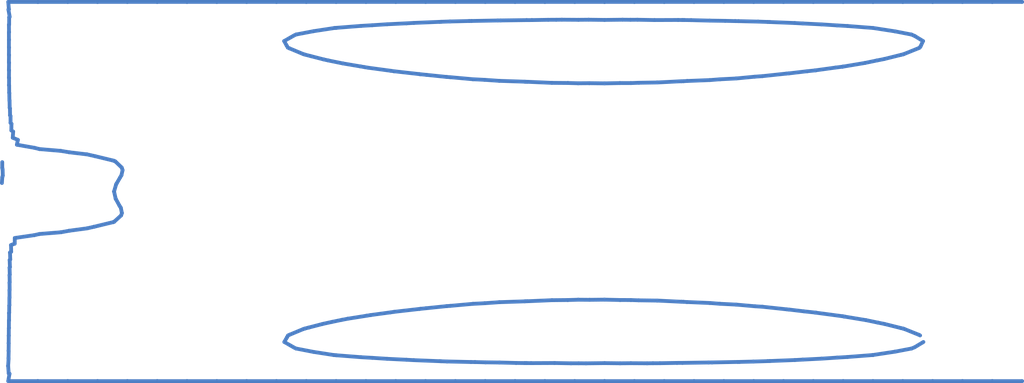
<source format=kicad_pcb>
(kicad_pcb
	(version 20240108)
	(generator "pcbnew")
	(generator_version "8.0")
	(general
		(thickness 1.6)
		(legacy_teardrops no)
	)
	(paper "A4")
	(layers
		(0 "F.Cu" signal)
		(31 "B.Cu" signal)
		(32 "B.Adhes" user "B.Adhesive")
		(33 "F.Adhes" user "F.Adhesive")
		(34 "B.Paste" user)
		(35 "F.Paste" user)
		(36 "B.SilkS" user "B.Silkscreen")
		(37 "F.SilkS" user "F.Silkscreen")
		(38 "B.Mask" user)
		(39 "F.Mask" user)
		(40 "Dwgs.User" user "User.Drawings")
		(41 "Cmts.User" user "User.Comments")
		(42 "Eco1.User" user "User.Eco1")
		(43 "Eco2.User" user "User.Eco2")
		(44 "Edge.Cuts" user)
		(45 "Margin" user)
		(46 "B.CrtYd" user "B.Courtyard")
		(47 "F.CrtYd" user "F.Courtyard")
		(48 "B.Fab" user)
		(49 "F.Fab" user)
	)
	(setup
		(pad_to_mask_clearance 0)
		(allow_soldermask_bridges_in_footprints no)
		(pcbplotparams
			(layerselection 0x00010fc_80000001)
			(plot_on_all_layers_selection 0x0000000_00000000)
			(disableapertmacros no)
			(usegerberextensions no)
			(usegerberattributes yes)
			(usegerberadvancedattributes yes)
			(creategerberjobfile yes)
			(dashed_line_dash_ratio 12.000000)
			(dashed_line_gap_ratio 3.000000)
			(svgprecision 4)
			(plotframeref yes)
			(viasonmask no)
			(mode 1)
			(useauxorigin no)
			(hpglpennumber 1)
			(hpglpenspeed 20)
			(hpglpendiameter 15.000000)
			(pdf_front_fp_property_popups yes)
			(pdf_back_fp_property_popups yes)
			(dxfpolygonmode yes)
			(dxfimperialunits yes)
			(dxfusepcbnewfont yes)
			(psnegative no)
			(psa4output no)
			(plotreference yes)
			(plotvalue yes)
			(plotfptext yes)
			(plotinvisibletext no)
			(sketchpadsonfab no)
			(subtractmaskfromsilk no)
			(outputformat 1)
			(mirror no)
			(drillshape 1)
			(scaleselection 1)
			(outputdirectory "")
		)
	)
	(net 1 "")
    (segment (start -423.60 -215.6373) (end -456.91 -218.22) (width 5.00) (layer B.Cu) (net 1))
    (segment (start -456.91 -218.2158) (end -470.78 -219.02) (width 5.00) (layer B.Cu) (net 1))
    (segment (start -470.78 -219.0161) (end -491.33 -220.35) (width 5.00) (layer B.Cu) (net 1))
    (segment (start -491.33 -220.3498) (end -515.80 -221.55) (width 5.00) (layer B.Cu) (net 1))
    (segment (start -515.80 -221.5501) (end -526.45 -222.14) (width 5.00) (layer B.Cu) (net 1))
    (segment (start -526.45 -222.1419) (end -559.31 -223.45) (width 5.00) (layer B.Cu) (net 1))
    (segment (start -559.31 -223.4543) (end -562.04 -223.58) (width 5.00) (layer B.Cu) (net 1))
    (segment (start -562.04 -223.5774) (end -574.72 -224.01) (width 5.00) (layer B.Cu) (net 1))
    (segment (start -574.72 -224.0098) (end -600.45 -224.63) (width 5.00) (layer B.Cu) (net 1))
    (segment (start -600.45 -224.6301) (end -604.85 -224.69) (width 5.00) (layer B.Cu) (net 1))
    (segment (start -604.85 -224.6918) (end -618.19 -225.02) (width 5.00) (layer B.Cu) (net 1))
    (segment (start -618.19 -225.0210) (end -638.45 -225.31) (width 5.00) (layer B.Cu) (net 1))
    (segment (start -638.45 -225.3092) (end -662.86 -225.95) (width 5.00) (layer B.Cu) (net 1))
    (segment (start -662.86 -225.9549) (end -672.15 -226.09) (width 5.00) (layer B.Cu) (net 1))
    (segment (start -672.15 -226.0924) (end -674.33 -226.11) (width 5.00) (layer B.Cu) (net 1))
    (segment (start -674.33 -226.1068) (end -680.04 -226.17) (width 5.00) (layer B.Cu) (net 1))
    (segment (start -680.04 -226.1707) (end -711.03 -226.05) (width 5.00) (layer B.Cu) (net 1))
    (segment (start -711.03 -226.0547) (end -733.53 -226.46) (width 5.00) (layer B.Cu) (net 1))
    (segment (start -733.53 -226.4648) (end -742.77 -226.42) (width 5.00) (layer B.Cu) (net 1))
    (segment (start -742.77 -226.4198) (end -753.17 -226.51) (width 5.00) (layer B.Cu) (net 1))
    (segment (start -753.17 -226.5150) (end -776.90 -226.24) (width 5.00) (layer B.Cu) (net 1))
    (segment (start -776.90 -226.2438) (end -797.94 -226.51) (width 5.00) (layer B.Cu) (net 1))
    (segment (start -797.94 -226.5056) (end -811.30 -226.39) (width 5.00) (layer B.Cu) (net 1))
    (segment (start -811.30 -226.3853) (end -833.14 -226.53) (width 5.00) (layer B.Cu) (net 1))
    (segment (start -833.14 -226.5305) (end -840.49 -226.44) (width 5.00) (layer B.Cu) (net 1))
    (segment (start -840.49 -226.4373) (end -851.06 -226.40) (width 5.00) (layer B.Cu) (net 1))
    (segment (start -851.06 -226.3991) (end -872.57 -226.02) (width 5.00) (layer B.Cu) (net 1))
    (segment (start -872.57 -226.0210) (end -879.50 -225.99) (width 5.00) (layer B.Cu) (net 1))
    (segment (start -879.50 -225.9941) (end -913.94 -225.54) (width 5.00) (layer B.Cu) (net 1))
    (segment (start -913.94 -225.5370) (end -917.49 -225.50) (width 5.00) (layer B.Cu) (net 1))
    (segment (start -917.49 -225.4951) (end -952.14 -224.85) (width 5.00) (layer B.Cu) (net 1))
    (segment (start -952.14 -224.8466) (end -955.06 -224.80) (width 5.00) (layer B.Cu) (net 1))
    (segment (start -955.06 -224.8042) (end -980.33 -224.19) (width 5.00) (layer B.Cu) (net 1))
    (segment (start -980.33 -224.1852) (end -991.99 -223.78) (width 5.00) (layer B.Cu) (net 1))
    (segment (start -991.99 -223.7843) (end -994.04 -223.69) (width 5.00) (layer B.Cu) (net 1))
    (segment (start -994.04 -223.6893) (end -1027.90 -222.29) (width 5.00) (layer B.Cu) (net 1))
    (segment (start -1027.90 -222.2882) (end -1037.78 -221.75) (width 5.00) (layer B.Cu) (net 1))
    (segment (start -1037.78 -221.7545) (end -1063.15 -220.52) (width 5.00) (layer B.Cu) (net 1))
    (segment (start -1063.15 -220.5188) (end -1082.82 -219.23) (width 5.00) (layer B.Cu) (net 1))
    (segment (start -1082.82 -219.2301) (end -1097.50 -218.37) (width 5.00) (layer B.Cu) (net 1))
    (segment (start -1097.50 -218.3690) (end -1129.79 -215.82) (width 5.00) (layer B.Cu) (net 1))
    (segment (start -1129.79 -215.8191) (end -1130.73 -215.75) (width 5.00) (layer B.Cu) (net 1))
    (segment (start -1130.73 -215.7529) (end -1132.60 -215.58) (width 5.00) (layer B.Cu) (net 1))
    (segment (start -1132.60 -215.5803) (end -1160.08 -211.38) (width 5.00) (layer B.Cu) (net 1))
    (segment (start -1160.08 -211.3764) (end -1183.18 -206.98) (width 5.00) (layer B.Cu) (net 1))
    (segment (start -1183.18 -206.9754) (end -1186.06 -205.57) (width 5.00) (layer B.Cu) (net 1))
    (segment (start -1186.06 -205.5661) (end -1198.75 -198.37) (width 5.00) (layer B.Cu) (net 1))
    (segment (start -1198.75 -198.3704) (end -1195.47 -192.47) (width 5.00) (layer B.Cu) (net 1))
    (segment (start -1195.47 -192.4710) (end -1193.92 -189.77) (width 5.00) (layer B.Cu) (net 1))
    (segment (start -1193.92 -189.7655) (end -1191.65 -188.72) (width 5.00) (layer B.Cu) (net 1))
    (segment (start -1191.65 -188.7173) (end -1173.57 -181.16) (width 5.00) (layer B.Cu) (net 1))
    (segment (start -1173.57 -181.1606) (end -1171.21 -180.47) (width 5.00) (layer B.Cu) (net 1))
    (segment (start -1171.21 -180.4656) (end -1163.56 -178.48) (width 5.00) (layer B.Cu) (net 1))
    (segment (start -1163.56 -178.4840) (end -1146.50 -174.09) (width 5.00) (layer B.Cu) (net 1))
    (segment (start -1146.50 -174.0938) (end -1140.29 -172.71) (width 5.00) (layer B.Cu) (net 1))
    (segment (start -1140.29 -172.7070) (end -1121.29 -168.85) (width 5.00) (layer B.Cu) (net 1))
    (segment (start -1121.29 -168.8488) (end -1098.29 -164.95) (width 5.00) (layer B.Cu) (net 1))
    (segment (start -1098.29 -164.9538) (end -1092.71 -163.98) (width 5.00) (layer B.Cu) (net 1))
    (segment (start -1092.71 -163.9786) (end -1088.45 -163.26) (width 5.00) (layer B.Cu) (net 1))
    (segment (start -1088.45 -163.2650) (end -1058.81 -159.24) (width 5.00) (layer B.Cu) (net 1))
    (segment (start -1058.81 -159.2415) (end -1054.03 -158.54) (width 5.00) (layer B.Cu) (net 1))
    (segment (start -1054.03 -158.5447) (end -1020.83 -154.80) (width 5.00) (layer B.Cu) (net 1))
    (segment (start -1020.83 -154.7989) (end -1019.39 -154.61) (width 5.00) (layer B.Cu) (net 1))
    (segment (start -1019.39 -154.6097) (end -1011.32 -153.80) (width 5.00) (layer B.Cu) (net 1))
    (segment (start -1011.32 -153.8005) (end -984.74 -151.05) (width 5.00) (layer B.Cu) (net 1))
    (segment (start -984.74 -151.0536) (end -980.00 -150.71) (width 5.00) (layer B.Cu) (net 1))
    (segment (start -980.00 -150.7105) (end -950.10 -148.01) (width 5.00) (layer B.Cu) (net 1))
    (segment (start -950.10 -148.0124) (end -934.84 -147.26) (width 5.00) (layer B.Cu) (net 1))
    (segment (start -934.84 -147.2581) (end -915.46 -145.91) (width 5.00) (layer B.Cu) (net 1))
    (segment (start -915.46 -145.9142) (end -882.15 -144.82) (width 5.00) (layer B.Cu) (net 1))
    (segment (start -882.15 -144.8158) (end -880.82 -144.75) (width 5.00) (layer B.Cu) (net 1))
    (segment (start -880.82 -144.7452) (end -878.76 -144.69) (width 5.00) (layer B.Cu) (net 1))
    (segment (start -878.76 -144.6888) (end -846.18 -143.25) (width 5.00) (layer B.Cu) (net 1))
    (segment (start -846.18 -143.2536) (end -825.18 -143.09) (width 5.00) (layer B.Cu) (net 1))
    (segment (start -825.18 -143.0923) (end -811.54 -142.71) (width 5.00) (layer B.Cu) (net 1))
    (segment (start -811.54 -142.7148) (end -796.95 -142.83) (width 5.00) (layer B.Cu) (net 1))
    (segment (start -796.95 -142.8287) (end -776.90 -142.58) (width 5.00) (layer B.Cu) (net 1))
    (segment (start -776.90 -142.5750) (end -756.75 -142.98) (width 5.00) (layer B.Cu) (net 1))
    (segment (start -756.75 -142.9755) (end -742.26 -142.98) (width 5.00) (layer B.Cu) (net 1))
    (segment (start -742.26 -142.9795) (end -731.60 -143.40) (width 5.00) (layer B.Cu) (net 1))
    (segment (start -731.60 -143.3982) (end -707.62 -143.75) (width 5.00) (layer B.Cu) (net 1))
    (segment (start -707.62 -143.7538) (end -675.80 -145.39) (width 5.00) (layer B.Cu) (net 1))
    (segment (start -675.80 -145.3856) (end -672.98 -145.46) (width 5.00) (layer B.Cu) (net 1))
    (segment (start -672.98 -145.4604) (end -668.07 -145.75) (width 5.00) (layer B.Cu) (net 1))
    (segment (start -668.07 -145.7480) (end -638.33 -146.92) (width 5.00) (layer B.Cu) (net 1))
    (segment (start -638.33 -146.9170) (end -624.84 -147.97) (width 5.00) (layer B.Cu) (net 1))
    (segment (start -624.84 -147.9724) (end -603.69 -149.05) (width 5.00) (layer B.Cu) (net 1))
    (segment (start -603.69 -149.0490) (end -579.17 -151.39) (width 5.00) (layer B.Cu) (net 1))
    (segment (start -579.17 -151.3916) (end -569.05 -152.10) (width 5.00) (layer B.Cu) (net 1))
    (segment (start -569.05 -152.0971) (end -537.71 -155.45) (width 5.00) (layer B.Cu) (net 1))
    (segment (start -537.71 -155.4467) (end -534.41 -155.73) (width 5.00) (layer B.Cu) (net 1))
    (segment (start -534.41 -155.7301) (end -510.09 -158.58) (width 5.00) (layer B.Cu) (net 1))
    (segment (start -510.09 -158.5843) (end -499.77 -159.67) (width 5.00) (layer B.Cu) (net 1))
    (segment (start -499.77 -159.6676) (end -498.78 -159.82) (width 5.00) (layer B.Cu) (net 1))
    (segment (start -498.78 -159.8245) (end -473.01 -163.37) (width 5.00) (layer B.Cu) (net 1))
    (segment (start -473.01 -163.3731) (end -463.55 -164.57) (width 5.00) (layer B.Cu) (net 1))
    (segment (start -463.55 -164.5696) (end -463.24 -164.61) (width 5.00) (layer B.Cu) (net 1))
    (segment (start -463.24 -164.6073) (end -462.71 -164.70) (width 5.00) (layer B.Cu) (net 1))
    (segment (start -462.71 -164.6992) (end -433.96 -169.52) (width 5.00) (layer B.Cu) (net 1))
    (segment (start -433.96 -169.5190) (end -418.63 -172.71) (width 5.00) (layer B.Cu) (net 1))
    (segment (start -418.63 -172.7055) (end -408.79 -174.66) (width 5.00) (layer B.Cu) (net 1))
    (segment (start -408.79 -174.6550) (end -386.42 -180.23) (width 5.00) (layer B.Cu) (net 1))
    (segment (start -386.42 -180.2268) (end -383.64 -180.90) (width 5.00) (layer B.Cu) (net 1))
    (segment (start -383.64 -180.9029) (end -382.87 -181.16) (width 5.00) (layer B.Cu) (net 1))
    (segment (start -382.87 -181.1606) (end -363.12 -189.10) (width 5.00) (layer B.Cu) (net 1))
    (segment (start -363.12 -189.1024) (end -361.92 -189.77) (width 5.00) (layer B.Cu) (net 1))
    (segment (start -361.92 -189.7655) (end -360.74 -191.51) (width 5.00) (layer B.Cu) (net 1))
    (segment (start -360.74 -191.5097) (end -357.55 -198.37) (width 5.00) (layer B.Cu) (net 1))
    (segment (start -357.55 -198.3704) (end -368.75 -205.21) (width 5.00) (layer B.Cu) (net 1))
    (segment (start -368.75 -205.2082) (end -372.88 -206.98) (width 5.00) (layer B.Cu) (net 1))
    (segment (start -372.88 -206.9754) (end -394.47 -211.18) (width 5.00) (layer B.Cu) (net 1))
    (segment (start -394.47 -211.1798) (end -422.99 -215.58) (width 5.00) (layer B.Cu) (net 1))
    (segment (start -361.43 189.7655) (end -362.85 188.98) (width 5.00) (layer B.Cu) (net 1))
    (segment (start -362.85 188.9815) (end -382.36 181.16) (width 5.00) (layer B.Cu) (net 1))
    (segment (start -382.36 181.1606) (end -383.51 180.78) (width 5.00) (layer B.Cu) (net 1))
    (segment (start -383.51 180.7792) (end -387.30 179.86) (width 5.00) (layer B.Cu) (net 1))
    (segment (start -387.30 179.8550) (end -408.53 174.54) (width 5.00) (layer B.Cu) (net 1))
    (segment (start -408.53 174.5428) (end -417.15 172.81) (width 5.00) (layer B.Cu) (net 1))
    (segment (start -417.15 172.8100) (end -432.51 169.60) (width 5.00) (layer B.Cu) (net 1))
    (segment (start -432.51 169.6041) (end -460.91 164.90) (width 5.00) (layer B.Cu) (net 1))
    (segment (start -460.91 164.8950) (end -462.15 164.65) (width 5.00) (layer B.Cu) (net 1))
    (segment (start -462.15 164.6471) (end -463.19 164.47) (width 5.00) (layer B.Cu) (net 1))
    (segment (start -463.19 164.4668) (end -498.42 159.77) (width 5.00) (layer B.Cu) (net 1))
    (segment (start -498.42 159.7679) (end -499.77 159.56) (width 5.00) (layer B.Cu) (net 1))
    (segment (start -499.77 159.5556) (end -514.43 157.97) (width 5.00) (layer B.Cu) (net 1))
    (segment (start -514.43 157.9715) (end -534.41 155.57) (width 5.00) (layer B.Cu) (net 1))
    (segment (start -534.41 155.5680) (end -536.97 155.35) (width 5.00) (layer B.Cu) (net 1))
    (segment (start -536.97 155.3462) (end -569.05 151.91) (width 5.00) (layer B.Cu) (net 1))
    (segment (start -569.05 151.9104) (end -578.59 151.31) (width 5.00) (layer B.Cu) (net 1))
    (segment (start -578.59 151.3110) (end -603.69 149.09) (width 5.00) (layer B.Cu) (net 1))
    (segment (start -603.69 149.0850) (end -625.06 148.01) (width 5.00) (layer B.Cu) (net 1))
    (segment (start -625.06 148.0054) (end -638.33 146.96) (width 5.00) (layer B.Cu) (net 1))
    (segment (start -638.33 146.9637) (end -668.42 145.70) (width 5.00) (layer B.Cu) (net 1))
    (segment (start -668.42 145.6952) (end -672.98 145.42) (width 5.00) (layer B.Cu) (net 1))
    (segment (start -672.98 145.4154) (end -675.54 145.35) (width 5.00) (layer B.Cu) (net 1))
    (segment (start -675.54 145.3500) (end -707.62 143.77) (width 5.00) (layer B.Cu) (net 1))
    (segment (start -707.62 143.7718) (end -731.99 143.46) (width 5.00) (layer B.Cu) (net 1))
    (segment (start -731.99 143.4558) (end -742.26 143.08) (width 5.00) (layer B.Cu) (net 1))
    (segment (start -742.26 143.0782) (end -756.43 143.02) (width 5.00) (layer B.Cu) (net 1))
    (segment (start -756.43 143.0212) (end -776.90 142.55) (width 5.00) (layer B.Cu) (net 1))
    (segment (start -776.90 142.5452) (end -796.57 142.77) (width 5.00) (layer B.Cu) (net 1))
    (segment (start -796.57 142.7732) (end -811.54 142.64) (width 5.00) (layer B.Cu) (net 1))
    (segment (start -811.54 142.6407) (end -825.38 143.06) (width 5.00) (layer B.Cu) (net 1))
    (segment (start -825.38 143.0627) (end -846.18 143.27) (width 5.00) (layer B.Cu) (net 1))
    (segment (start -846.18 143.2717) (end -878.64 144.67) (width 5.00) (layer B.Cu) (net 1))
    (segment (start -878.64 144.6707) (end -880.82 144.73) (width 5.00) (layer B.Cu) (net 1))
    (segment (start -880.82 144.7289) (end -882.24 144.80) (width 5.00) (layer B.Cu) (net 1))
    (segment (start -882.24 144.8045) (end -915.46 145.90) (width 5.00) (layer B.Cu) (net 1))
    (segment (start -915.46 145.8988) (end -934.73 147.27) (width 5.00) (layer B.Cu) (net 1))
    (segment (start -934.73 147.2741) (end -950.10 148.06) (width 5.00) (layer B.Cu) (net 1))
    (segment (start -950.10 148.0616) (end -979.83 150.74) (width 5.00) (layer B.Cu) (net 1))
    (segment (start -979.83 150.7357) (end -984.74 151.09) (width 5.00) (layer B.Cu) (net 1))
    (segment (start -984.74 151.0943) (end -1012.14 153.92) (width 5.00) (layer B.Cu) (net 1))
    (segment (start -1012.14 153.9215) (end -1019.39 154.64) (width 5.00) (layer B.Cu) (net 1))
    (segment (start -1019.39 154.6439) (end -1020.70 154.82) (width 5.00) (layer B.Cu) (net 1))
    (segment (start -1020.70 154.8173) (end -1054.03 158.63) (width 5.00) (layer B.Cu) (net 1))
    (segment (start -1054.03 158.6337) (end -1058.76 159.34) (width 5.00) (layer B.Cu) (net 1))
    (segment (start -1058.76 159.3371) (end -1084.87 162.88) (width 5.00) (layer B.Cu) (net 1))
    (segment (start -1084.87 162.8765) (end -1090.34 163.78) (width 5.00) (layer B.Cu) (net 1))
    (segment (start -1090.34 163.7824) (end -1115.03 167.71) (width 5.00) (layer B.Cu) (net 1))
    (segment (start -1115.03 167.7113) (end -1122.69 169.18) (width 5.00) (layer B.Cu) (net 1))
    (segment (start -1122.69 169.1780) (end -1135.61 171.86) (width 5.00) (layer B.Cu) (net 1))
    (segment (start -1135.61 171.8558) (end -1147.89 174.55) (width 5.00) (layer B.Cu) (net 1))
    (segment (start -1147.89 174.5506) (end -1166.04 179.25) (width 5.00) (layer B.Cu) (net 1))
    (segment (start -1166.04 179.2476) (end -1171.04 180.54) (width 5.00) (layer B.Cu) (net 1))
    (segment (start -1171.04 180.5374) (end -1173.17 181.16) (width 5.00) (layer B.Cu) (net 1))
    (segment (start -1173.17 181.1606) (end -1191.52 188.78) (width 5.00) (layer B.Cu) (net 1))
    (segment (start -1191.52 188.7767) (end -1193.65 189.77) (width 5.00) (layer B.Cu) (net 1))
    (segment (start -1193.65 189.7655) (end -1195.09 192.31) (width 5.00) (layer B.Cu) (net 1))
    (segment (start -1195.09 192.3078) (end -1198.53 198.37) (width 5.00) (layer B.Cu) (net 1))
    (segment (start -1198.53 198.3704) (end -1186.03 205.55) (width 5.00) (layer B.Cu) (net 1))
    (segment (start -1186.03 205.5544) (end -1183.20 206.98) (width 5.00) (layer B.Cu) (net 1))
    (segment (start -1183.20 206.9754) (end -1160.22 211.43) (width 5.00) (layer B.Cu) (net 1))
    (segment (start -1160.22 211.4342) (end -1133.50 215.58) (width 5.00) (layer B.Cu) (net 1))
    (segment (start -1133.50 215.5803) (end -1130.89 215.82) (width 5.00) (layer B.Cu) (net 1))
    (segment (start -1130.89 215.8235) (end -1129.57 215.92) (width 5.00) (layer B.Cu) (net 1))
    (segment (start -1129.57 215.9170) (end -1097.63 218.42) (width 5.00) (layer B.Cu) (net 1))
    (segment (start -1097.63 218.4240) (end -1082.69 219.29) (width 5.00) (layer B.Cu) (net 1))
    (segment (start -1082.69 219.2896) (end -1063.23 220.55) (width 5.00) (layer B.Cu) (net 1))
    (segment (start -1063.23 220.5544) (end -1037.67 221.81) (width 5.00) (layer B.Cu) (net 1))
    (segment (start -1037.67 221.8051) (end -1028.01 222.34) (width 5.00) (layer B.Cu) (net 1))
    (segment (start -1028.01 222.3390) (end -994.05 223.69) (width 5.00) (layer B.Cu) (net 1))
    (segment (start -994.05 223.6860) (end -992.15 223.77) (width 5.00) (layer B.Cu) (net 1))
    (segment (start -992.15 223.7700) (end -984.32 224.06) (width 5.00) (layer B.Cu) (net 1))
    (segment (start -984.32 224.0597) (end -952.80 224.78) (width 5.00) (layer B.Cu) (net 1))
    (segment (start -952.80 224.7764) (end -947.53 224.85) (width 5.00) (layer B.Cu) (net 1))
    (segment (start -947.53 224.8457) (end -933.58 225.21) (width 5.00) (layer B.Cu) (net 1))
    (segment (start -933.58 225.2131) (end -915.38 225.45) (width 5.00) (layer B.Cu) (net 1))
    (segment (start -915.38 225.4458) (end -893.40 226.02) (width 5.00) (layer B.Cu) (net 1))
    (segment (start -893.40 226.0203) (end -881.87 226.17) (width 5.00) (layer B.Cu) (net 1))
    (segment (start -881.87 226.1671) (end -879.39 226.18) (width 5.00) (layer B.Cu) (net 1))
    (segment (start -879.39 226.1816) (end -873.72 226.25) (width 5.00) (layer B.Cu) (net 1))
    (segment (start -873.72 226.2478) (end -842.76 226.10) (width 5.00) (layer B.Cu) (net 1))
    (segment (start -842.76 226.1015) (end -821.00 226.49) (width 5.00) (layer B.Cu) (net 1))
    (segment (start -821.00 226.4896) (end -811.02 226.44) (width 5.00) (layer B.Cu) (net 1))
    (segment (start -811.02 226.4383) (end -801.36 226.53) (width 5.00) (layer B.Cu) (net 1))
    (segment (start -801.36 226.5258) (end -776.90 226.23) (width 5.00) (layer B.Cu) (net 1))
    (segment (start -776.90 226.2288) (end -756.50 226.47) (width 5.00) (layer B.Cu) (net 1))
    (segment (start -756.50 226.4708) (end -742.31 226.34) (width 5.00) (layer B.Cu) (net 1))
    (segment (start -742.31 226.3408) (end -720.82 226.48) (width 5.00) (layer B.Cu) (net 1))
    (segment (start -720.82 226.4754) (end -713.19 226.38) (width 5.00) (layer B.Cu) (net 1))
    (segment (start -713.19 226.3815) (end -704.06 226.35) (width 5.00) (layer B.Cu) (net 1))
    (segment (start -704.06 226.3464) (end -681.41 225.96) (width 5.00) (layer B.Cu) (net 1))
    (segment (start -681.41 225.9605) (end -674.13 225.92) (width 5.00) (layer B.Cu) (net 1))
    (segment (start -674.13 225.9250) (end -640.01 225.41) (width 5.00) (layer B.Cu) (net 1))
    (segment (start -640.01 225.4105) (end -635.33 225.35) (width 5.00) (layer B.Cu) (net 1))
    (segment (start -635.33 225.3496) (end -601.35 224.68) (width 5.00) (layer B.Cu) (net 1))
    (segment (start -601.35 224.6784) (end -599.17 224.65) (width 5.00) (layer B.Cu) (net 1))
    (segment (start -599.17 224.6456) (end -580.97 224.19) (width 5.00) (layer B.Cu) (net 1))
    (segment (start -580.97 224.1852) (end -562.14 223.60) (width 5.00) (layer B.Cu) (net 1))
    (segment (start -562.14 223.5957) (end -559.35 223.47) (width 5.00) (layer B.Cu) (net 1))
    (segment (start -559.35 223.4729) (end -526.35 222.18) (width 5.00) (layer B.Cu) (net 1))
    (segment (start -526.35 222.1838) (end -515.92 221.60) (width 5.00) (layer B.Cu) (net 1))
    (segment (start -515.92 221.6010) (end -491.31 220.36) (width 5.00) (layer B.Cu) (net 1))
    (segment (start -491.31 220.3573) (end -470.67 218.97) (width 5.00) (layer B.Cu) (net 1))
    (segment (start -470.67 218.9692) (end -457.03 218.16) (width 5.00) (layer B.Cu) (net 1))
    (segment (start -457.03 218.1597) (end -423.86 215.58) (width 5.00) (layer B.Cu) (net 1))
    (segment (start -423.86 215.5803) (end -423.55 215.55) (width 5.00) (layer B.Cu) (net 1))
    (segment (start -423.55 215.5450) (end -423.31 215.51) (width 5.00) (layer B.Cu) (net 1))
    (segment (start -423.31 215.5063) (end -394.52 211.15) (width 5.00) (layer B.Cu) (net 1))
    (segment (start -394.52 211.1548) (end -372.62 206.98) (width 5.00) (layer B.Cu) (net 1))
    (segment (start -372.62 206.9754) (end -368.56 205.29) (width 5.00) (layer B.Cu) (net 1))
    (segment (start -368.56 205.2882) (end -357.07 198.37) (width 5.00) (layer B.Cu) (net 1))
    (segment (start -227.10 -249.9929) (end -227.13 -249.99) (width 5.00) (layer B.Cu) (net 1))
    (segment (start -227.13 -249.9940) (end -266.38 -249.99) (width 5.00) (layer B.Cu) (net 1))
    (segment (start -266.38 -249.9940) (end -266.40 -249.99) (width 5.00) (layer B.Cu) (net 1))
    (segment (start -266.40 -249.9947) (end -305.65 -249.99) (width 5.00) (layer B.Cu) (net 1))
    (segment (start -305.65 -249.9947) (end -305.67 -250.00) (width 5.00) (layer B.Cu) (net 1))
    (segment (start -305.67 -249.9953) (end -344.92 -250.00) (width 5.00) (layer B.Cu) (net 1))
    (segment (start -344.92 -249.9953) (end -344.94 -250.00) (width 5.00) (layer B.Cu) (net 1))
    (segment (start -344.94 -249.9958) (end -384.19 -250.00) (width 5.00) (layer B.Cu) (net 1))
    (segment (start -384.19 -249.9958) (end -384.21 -250.00) (width 5.00) (layer B.Cu) (net 1))
    (segment (start -384.21 -249.9961) (end -423.46 -250.00) (width 5.00) (layer B.Cu) (net 1))
    (segment (start -423.46 -249.9961) (end -423.48 -250.00) (width 5.00) (layer B.Cu) (net 1))
    (segment (start -423.48 -249.9963) (end -462.73 -250.00) (width 5.00) (layer B.Cu) (net 1))
    (segment (start -462.73 -249.9963) (end -462.75 -250.00) (width 5.00) (layer B.Cu) (net 1))
    (segment (start -462.75 -249.9965) (end -502.00 -250.00) (width 5.00) (layer B.Cu) (net 1))
    (segment (start -502.00 -249.9965) (end -502.02 -250.00) (width 5.00) (layer B.Cu) (net 1))
    (segment (start -502.02 -249.9967) (end -541.27 -250.00) (width 5.00) (layer B.Cu) (net 1))
    (segment (start -541.27 -249.9967) (end -541.29 -250.00) (width 5.00) (layer B.Cu) (net 1))
    (segment (start -541.29 -249.9968) (end -580.54 -250.00) (width 5.00) (layer B.Cu) (net 1))
    (segment (start -580.54 -249.9968) (end -580.56 -250.00) (width 5.00) (layer B.Cu) (net 1))
    (segment (start -580.56 -249.9969) (end -619.81 -250.00) (width 5.00) (layer B.Cu) (net 1))
    (segment (start -619.81 -249.9969) (end -619.83 -250.00) (width 5.00) (layer B.Cu) (net 1))
    (segment (start -619.83 -249.9970) (end -659.08 -250.00) (width 5.00) (layer B.Cu) (net 1))
    (segment (start -659.08 -249.9970) (end -659.10 -250.00) (width 5.00) (layer B.Cu) (net 1))
    (segment (start -659.10 -249.9971) (end -698.35 -250.00) (width 5.00) (layer B.Cu) (net 1))
    (segment (start -698.35 -249.9971) (end -698.36 -250.00) (width 5.00) (layer B.Cu) (net 1))
    (segment (start -698.36 -249.9971) (end -737.62 -250.00) (width 5.00) (layer B.Cu) (net 1))
    (segment (start -737.62 -249.9971) (end -737.64 -250.00) (width 5.00) (layer B.Cu) (net 1))
    (segment (start -737.64 -249.9971) (end -776.89 -250.00) (width 5.00) (layer B.Cu) (net 1))
    (segment (start -776.89 -249.9971) (end -776.90 -250.00) (width 5.00) (layer B.Cu) (net 1))
    (segment (start -776.90 -249.9971) (end -776.91 -250.00) (width 5.00) (layer B.Cu) (net 1))
    (segment (start -776.91 -249.9971) (end -816.16 -250.00) (width 5.00) (layer B.Cu) (net 1))
    (segment (start -816.16 -249.9971) (end -816.18 -250.00) (width 5.00) (layer B.Cu) (net 1))
    (segment (start -816.18 -249.9971) (end -855.43 -250.00) (width 5.00) (layer B.Cu) (net 1))
    (segment (start -855.43 -249.9971) (end -855.44 -250.00) (width 5.00) (layer B.Cu) (net 1))
    (segment (start -855.44 -249.9971) (end -894.70 -250.00) (width 5.00) (layer B.Cu) (net 1))
    (segment (start -894.70 -249.9971) (end -894.72 -250.00) (width 5.00) (layer B.Cu) (net 1))
    (segment (start -894.72 -249.9970) (end -933.97 -250.00) (width 5.00) (layer B.Cu) (net 1))
    (segment (start -933.97 -249.9970) (end -933.98 -250.00) (width 5.00) (layer B.Cu) (net 1))
    (segment (start -933.98 -249.9969) (end -973.24 -250.00) (width 5.00) (layer B.Cu) (net 1))
    (segment (start -973.24 -249.9969) (end -973.26 -250.00) (width 5.00) (layer B.Cu) (net 1))
    (segment (start -973.26 -249.9968) (end -1012.51 -250.00) (width 5.00) (layer B.Cu) (net 1))
    (segment (start -1012.51 -249.9968) (end -1012.53 -250.00) (width 5.00) (layer B.Cu) (net 1))
    (segment (start -1012.53 -249.9967) (end -1051.78 -250.00) (width 5.00) (layer B.Cu) (net 1))
    (segment (start -1051.78 -249.9967) (end -1051.80 -250.00) (width 5.00) (layer B.Cu) (net 1))
    (segment (start -1051.80 -249.9966) (end -1091.05 -250.00) (width 5.00) (layer B.Cu) (net 1))
    (segment (start -1091.05 -249.9966) (end -1091.07 -250.00) (width 5.00) (layer B.Cu) (net 1))
    (segment (start -1091.07 -249.9964) (end -1130.32 -250.00) (width 5.00) (layer B.Cu) (net 1))
    (segment (start -1130.32 -249.9964) (end -1130.34 -250.00) (width 5.00) (layer B.Cu) (net 1))
    (segment (start -1130.34 -249.9961) (end -1169.59 -250.00) (width 5.00) (layer B.Cu) (net 1))
    (segment (start -1169.59 -249.9961) (end -1169.61 -250.00) (width 5.00) (layer B.Cu) (net 1))
    (segment (start -1169.61 -249.9958) (end -1208.86 -250.00) (width 5.00) (layer B.Cu) (net 1))
    (segment (start -1208.86 -249.9958) (end -1208.88 -250.00) (width 5.00) (layer B.Cu) (net 1))
    (segment (start -1208.88 -249.9953) (end -1248.13 -250.00) (width 5.00) (layer B.Cu) (net 1))
    (segment (start -1248.13 -249.9953) (end -1248.15 -249.99) (width 5.00) (layer B.Cu) (net 1))
    (segment (start -1248.15 -249.9947) (end -1287.40 -249.99) (width 5.00) (layer B.Cu) (net 1))
    (segment (start -1287.40 -249.9947) (end -1287.42 -249.99) (width 5.00) (layer B.Cu) (net 1))
    (segment (start -1287.42 -249.9940) (end -1326.66 -249.99) (width 5.00) (layer B.Cu) (net 1))
    (segment (start -1326.66 -249.9940) (end -1326.69 -249.99) (width 5.00) (layer B.Cu) (net 1))
    (segment (start -1326.69 -249.9929) (end -1365.93 -249.99) (width 5.00) (layer B.Cu) (net 1))
    (segment (start -1365.93 -249.9929) (end -1365.97 -249.99) (width 5.00) (layer B.Cu) (net 1))
    (segment (start -1365.97 -249.9913) (end -1405.20 -249.99) (width 5.00) (layer B.Cu) (net 1))
    (segment (start -1405.20 -249.9913) (end -1405.24 -249.99) (width 5.00) (layer B.Cu) (net 1))
    (segment (start -1405.24 -249.9887) (end -1444.46 -249.99) (width 5.00) (layer B.Cu) (net 1))
    (segment (start -1444.46 -249.9887) (end -1444.52 -249.98) (width 5.00) (layer B.Cu) (net 1))
    (segment (start -1444.52 -249.9847) (end -1483.72 -249.98) (width 5.00) (layer B.Cu) (net 1))
    (segment (start -1483.72 -249.9847) (end -1483.80 -249.97) (width 5.00) (layer B.Cu) (net 1))
    (segment (start -1483.80 -249.9748) (end -1522.97 -249.97) (width 5.00) (layer B.Cu) (net 1))
    (segment (start -1522.97 -249.9748) (end -1523.14 -249.94) (width 5.00) (layer B.Cu) (net 1))
    (segment (start -1523.14 -249.9366) (end -1562.05 -249.94) (width 5.00) (layer B.Cu) (net 1))
    (segment (start -1562.05 -249.9366) (end -1561.18 -240.13) (width 5.00) (layer B.Cu) (net 1))
    (segment (start -1561.18 -240.1294) (end -1561.79 -239.91) (width 5.00) (layer B.Cu) (net 1))
    (segment (start -1561.79 -239.9147) (end -1560.15 -230.33) (width 5.00) (layer B.Cu) (net 1))
    (segment (start -1560.15 -230.3273) (end -1560.83 -229.79) (width 5.00) (layer B.Cu) (net 1))
    (segment (start -1560.83 -229.7877) (end -1560.87 -220.21) (width 5.00) (layer B.Cu) (net 1))
    (segment (start -1560.87 -220.2069) (end -1561.14 -219.83) (width 5.00) (layer B.Cu) (net 1))
    (segment (start -1561.14 -219.8329) (end -1561.05 -210.18) (width 5.00) (layer B.Cu) (net 1))
    (segment (start -1561.05 -210.1795) (end -1561.17 -209.84) (width 5.00) (layer B.Cu) (net 1))
    (segment (start -1561.17 -209.8366) (end -1561.13 -200.17) (width 5.00) (layer B.Cu) (net 1))
    (segment (start -1561.13 -200.1688) (end -1561.14 -199.83) (width 5.00) (layer B.Cu) (net 1))
    (segment (start -1561.14 -199.8331) (end -1561.16 -190.16) (width 5.00) (layer B.Cu) (net 1))
    (segment (start -1561.16 -190.1642) (end -1561.10 -189.83) (width 5.00) (layer B.Cu) (net 1))
    (segment (start -1561.10 -189.8274) (end -1561.17 -180.16) (width 5.00) (layer B.Cu) (net 1))
    (segment (start -1561.17 -180.1622) (end -1561.06 -179.82) (width 5.00) (layer B.Cu) (net 1))
    (segment (start -1561.06 -179.8219) (end -1561.18 -170.16) (width 5.00) (layer B.Cu) (net 1))
    (segment (start -1561.18 -170.1620) (end -1561.03 -169.82) (width 5.00) (layer B.Cu) (net 1))
    (segment (start -1561.03 -169.8175) (end -1561.16 -160.16) (width 5.00) (layer B.Cu) (net 1))
    (segment (start -1561.16 -160.1644) (end -1561.01 -159.81) (width 5.00) (layer B.Cu) (net 1))
    (segment (start -1561.01 -159.8134) (end -1561.11 -150.17) (width 5.00) (layer B.Cu) (net 1))
    (segment (start -1561.11 -150.1719) (end -1560.96 -149.81) (width 5.00) (layer B.Cu) (net 1))
    (segment (start -1560.96 -149.8064) (end -1560.99 -140.19) (width 5.00) (layer B.Cu) (net 1))
    (segment (start -1560.99 -140.1882) (end -1560.85 -139.79) (width 5.00) (layer B.Cu) (net 1))
    (segment (start -1560.85 -139.7910) (end -1560.80 -130.22) (width 5.00) (layer B.Cu) (net 1))
    (segment (start -1560.80 -130.2163) (end -1560.65 -129.76) (width 5.00) (layer B.Cu) (net 1))
    (segment (start -1560.65 -129.7614) (end -1560.51 -120.26) (width 5.00) (layer B.Cu) (net 1))
    (segment (start -1560.51 -120.2575) (end -1560.31 -119.71) (width 5.00) (layer B.Cu) (net 1))
    (segment (start -1560.31 -119.7128) (end -1560.14 -110.31) (width 5.00) (layer B.Cu) (net 1))
    (segment (start -1560.14 -110.3122) (end -1559.80 -109.64) (width 5.00) (layer B.Cu) (net 1))
    (segment (start -1559.80 -109.6395) (end -1559.65 -100.38) (width 5.00) (layer B.Cu) (net 1))
    (segment (start -1559.65 -100.3829) (end -1559.04 -99.53) (width 5.00) (layer B.Cu) (net 1))
    (segment (start -1559.04 -99.5298) (end -1558.99 -90.48) (width 5.00) (layer B.Cu) (net 1))
    (segment (start -1558.99 -90.4785) (end -1557.83 -89.35) (width 5.00) (layer B.Cu) (net 1))
    (segment (start -1557.83 -89.3549) (end -1557.98 -80.62) (width 5.00) (layer B.Cu) (net 1))
    (segment (start -1557.98 -80.6239) (end -1555.56 -79.03) (width 5.00) (layer B.Cu) (net 1))
    (segment (start -1555.56 -79.0260) (end -1556.09 -70.90) (width 5.00) (layer B.Cu) (net 1))
    (segment (start -1556.09 -70.8970) (end -1549.36 -68.13) (width 5.00) (layer B.Cu) (net 1))
    (segment (start -1549.36 -68.1302) (end -1550.64 -61.68) (width 5.00) (layer B.Cu) (net 1))
    (segment (start -1550.64 -61.6846) (end -1527.66 -57.65) (width 5.00) (layer B.Cu) (net 1))
    (segment (start -1527.66 -57.6533) (end -1520.98 -55.97) (width 5.00) (layer B.Cu) (net 1))
    (segment (start -1520.98 -55.9666) (end -1493.01 -53.61) (width 5.00) (layer B.Cu) (net 1))
    (segment (start -1493.01 -53.6085) (end -1481.36 -51.69) (width 5.00) (layer B.Cu) (net 1))
    (segment (start -1481.36 -51.6891) (end -1458.37 -48.99) (width 5.00) (layer B.Cu) (net 1))
    (segment (start -1458.37 -48.9918) (end -1447.58 -46.57) (width 5.00) (layer B.Cu) (net 1))
    (segment (start -1447.58 -46.5674) (end -1423.73 -40.78) (width 5.00) (layer B.Cu) (net 1))
    (segment (start -1423.73 -40.7782) (end -1422.22 -40.22) (width 5.00) (layer B.Cu) (net 1))
    (segment (start -1422.22 -40.2209) (end -1420.97 -39.60) (width 5.00) (layer B.Cu) (net 1))
    (segment (start -1420.97 -39.5977) (end -1412.64 -31.61) (width 5.00) (layer B.Cu) (net 1))
    (segment (start -1412.64 -31.6135) (end -1411.50 -28.22) (width 5.00) (layer B.Cu) (net 1))
    (segment (start -1411.50 -28.2218) (end -1412.96 -21.57) (width 5.00) (layer B.Cu) (net 1))
    (segment (start -1412.96 -21.5675) (end -1414.67 -18.68) (width 5.00) (layer B.Cu) (net 1))
    (segment (start -1414.67 -18.6817) (end -1419.31 -10.64) (width 5.00) (layer B.Cu) (net 1))
    (segment (start -1419.31 -10.6450) (end -1420.00 -9.46) (width 5.00) (layer B.Cu) (net 1))
    (segment (start -1420.00 -9.4560) (end -1422.67 -0.15) (width 5.00) (layer B.Cu) (net 1))
    (segment (start -1422.67 -0.1544) (end -1422.67 0.15) (width 5.00) (layer B.Cu) (net 1))
    (segment (start -1422.67 0.1545) (end -1420.60 9.54) (width 5.00) (layer B.Cu) (net 1))
    (segment (start -1420.60 9.5431) (end -1419.99 10.55) (width 5.00) (layer B.Cu) (net 1))
    (segment (start -1419.99 10.5457) (end -1415.52 18.80) (width 5.00) (layer B.Cu) (net 1))
    (segment (start -1415.52 18.8044) (end -1413.82 21.44) (width 5.00) (layer B.Cu) (net 1))
    (segment (start -1413.82 21.4427) (end -1412.39 28.35) (width 5.00) (layer B.Cu) (net 1))
    (segment (start -1412.39 28.3497) (end -1413.40 31.50) (width 5.00) (layer B.Cu) (net 1))
    (segment (start -1413.40 31.5033) (end -1422.55 39.83) (width 5.00) (layer B.Cu) (net 1))
    (segment (start -1422.55 39.8276) (end -1423.10 40.09) (width 5.00) (layer B.Cu) (net 1))
    (segment (start -1423.10 40.0920) (end -1423.73 40.31) (width 5.00) (layer B.Cu) (net 1))
    (segment (start -1423.73 40.3134) (end -1448.76 46.40) (width 5.00) (layer B.Cu) (net 1))
    (segment (start -1448.76 46.3965) (end -1458.37 48.58) (width 5.00) (layer B.Cu) (net 1))
    (segment (start -1458.37 48.5768) (end -1481.49 51.67) (width 5.00) (layer B.Cu) (net 1))
    (segment (start -1481.49 51.6708) (end -1493.01 53.76) (width 5.00) (layer B.Cu) (net 1))
    (segment (start -1493.01 53.7563) (end -1520.88 55.98) (width 5.00) (layer B.Cu) (net 1))
    (segment (start -1520.88 55.9815) (end -1527.66 57.52) (width 5.00) (layer B.Cu) (net 1))
    (segment (start -1527.66 57.5189) (end -1553.42 61.28) (width 5.00) (layer B.Cu) (net 1))
    (segment (start -1553.42 61.2832) (end -1553.53 68.73) (width 5.00) (layer B.Cu) (net 1))
    (segment (start -1553.53 68.7334) (end -1558.38 70.57) (width 5.00) (layer B.Cu) (net 1))
    (segment (start -1558.38 70.5654) (end -1558.19 79.41) (width 5.00) (layer B.Cu) (net 1))
    (segment (start -1558.19 79.4061) (end -1559.72 80.37) (width 5.00) (layer B.Cu) (net 1))
    (segment (start -1559.72 80.3730) (end -1559.42 89.58) (width 5.00) (layer B.Cu) (net 1))
    (segment (start -1559.42 89.5836) (end -1560.16 90.31) (width 5.00) (layer B.Cu) (net 1))
    (segment (start -1560.16 90.3081) (end -1559.85 99.65) (width 5.00) (layer B.Cu) (net 1))
    (segment (start -1559.85 99.6467) (end -1560.30 100.29) (width 5.00) (layer B.Cu) (net 1))
    (segment (start -1560.30 100.2888) (end -1560.02 109.67) (width 5.00) (layer B.Cu) (net 1))
    (segment (start -1560.02 109.6713) (end -1560.32 110.29) (width 5.00) (layer B.Cu) (net 1))
    (segment (start -1560.32 110.2860) (end -1560.11 119.68) (width 5.00) (layer B.Cu) (net 1))
    (segment (start -1560.11 119.6839) (end -1560.33 120.28) (width 5.00) (layer B.Cu) (net 1))
    (segment (start -1560.33 120.2843) (end -1560.20 129.70) (width 5.00) (layer B.Cu) (net 1))
    (segment (start -1560.20 129.6973) (end -1560.40 130.27) (width 5.00) (layer B.Cu) (net 1))
    (segment (start -1560.40 130.2745) (end -1560.35 139.72) (width 5.00) (layer B.Cu) (net 1))
    (segment (start -1560.35 139.7183) (end -1560.55 140.25) (width 5.00) (layer B.Cu) (net 1))
    (segment (start -1560.55 140.2531) (end -1560.55 149.75) (width 5.00) (layer B.Cu) (net 1))
    (segment (start -1560.55 149.7478) (end -1560.75 150.22) (width 5.00) (layer B.Cu) (net 1))
    (segment (start -1560.75 150.2232) (end -1560.79 159.78) (width 5.00) (layer B.Cu) (net 1))
    (segment (start -1560.79 159.7817) (end -1560.97 160.19) (width 5.00) (layer B.Cu) (net 1))
    (segment (start -1560.97 160.1918) (end -1561.01 169.81) (width 5.00) (layer B.Cu) (net 1))
    (segment (start -1561.01 169.8139) (end -1561.16 170.16) (width 5.00) (layer B.Cu) (net 1))
    (segment (start -1561.16 170.1649) (end -1561.19 179.84) (width 5.00) (layer B.Cu) (net 1))
    (segment (start -1561.19 179.8403) (end -1561.29 180.15) (width 5.00) (layer B.Cu) (net 1))
    (segment (start -1561.29 180.1454) (end -1561.33 189.86) (width 5.00) (layer B.Cu) (net 1))
    (segment (start -1561.33 189.8604) (end -1561.38 190.13) (width 5.00) (layer B.Cu) (net 1))
    (segment (start -1561.38 190.1331) (end -1561.44 199.88) (width 5.00) (layer B.Cu) (net 1))
    (segment (start -1561.44 199.8761) (end -1561.42 200.13) (width 5.00) (layer B.Cu) (net 1))
    (segment (start -1561.42 200.1260) (end -1561.55 209.89) (width 5.00) (layer B.Cu) (net 1))
    (segment (start -1561.55 209.8915) (end -1561.46 210.12) (width 5.00) (layer B.Cu) (net 1))
    (segment (start -1561.46 210.1205) (end -1561.70 219.91) (width 5.00) (layer B.Cu) (net 1))
    (segment (start -1561.70 219.9143) (end -1561.56 220.09) (width 5.00) (layer B.Cu) (net 1))
    (segment (start -1561.56 220.0930) (end -1562.20 229.98) (width 5.00) (layer B.Cu) (net 1))
    (segment (start -1562.20 229.9840) (end -1562.16 230.02) (width 5.00) (layer B.Cu) (net 1))
    (segment (start -1562.16 230.0164) (end -1561.41 239.87) (width 5.00) (layer B.Cu) (net 1))
    (segment (start -1561.41 239.8680) (end -1560.39 240.23) (width 5.00) (layer B.Cu) (net 1))
    (segment (start -1560.39 240.2346) (end -1562.06 249.94) (width 5.00) (layer B.Cu) (net 1))
    (segment (start -1562.06 249.9432) (end -1523.13 249.94) (width 5.00) (layer B.Cu) (net 1))
    (segment (start -1523.13 249.9432) (end -1522.96 249.97) (width 5.00) (layer B.Cu) (net 1))
    (segment (start -1522.96 249.9739) (end -1483.82 249.97) (width 5.00) (layer B.Cu) (net 1))
    (segment (start -1483.82 249.9739) (end -1483.72 249.98) (width 5.00) (layer B.Cu) (net 1))
    (segment (start -1483.72 249.9841) (end -1444.52 249.98) (width 5.00) (layer B.Cu) (net 1))
    (segment (start -1444.52 249.9841) (end -1444.46 249.99) (width 5.00) (layer B.Cu) (net 1))
    (segment (start -1444.46 249.9887) (end -1405.24 249.99) (width 5.00) (layer B.Cu) (net 1))
    (segment (start -1405.24 249.9887) (end -1405.20 249.99) (width 5.00) (layer B.Cu) (net 1))
    (segment (start -1405.20 249.9913) (end -1365.97 249.99) (width 5.00) (layer B.Cu) (net 1))
    (segment (start -1365.97 249.9913) (end -1365.93 249.99) (width 5.00) (layer B.Cu) (net 1))
    (segment (start -1365.93 249.9929) (end -1326.69 249.99) (width 5.00) (layer B.Cu) (net 1))
    (segment (start -1326.69 249.9929) (end -1326.66 249.99) (width 5.00) (layer B.Cu) (net 1))
    (segment (start -1326.66 249.9940) (end -1287.42 249.99) (width 5.00) (layer B.Cu) (net 1))
    (segment (start -1287.42 249.9940) (end -1287.40 249.99) (width 5.00) (layer B.Cu) (net 1))
    (segment (start -1287.40 249.9947) (end -1248.15 249.99) (width 5.00) (layer B.Cu) (net 1))
    (segment (start -1248.15 249.9947) (end -1248.13 250.00) (width 5.00) (layer B.Cu) (net 1))
    (segment (start -1248.13 249.9953) (end -1208.88 250.00) (width 5.00) (layer B.Cu) (net 1))
    (segment (start -1208.88 249.9953) (end -1208.86 250.00) (width 5.00) (layer B.Cu) (net 1))
    (segment (start -1208.86 249.9958) (end -1169.61 250.00) (width 5.00) (layer B.Cu) (net 1))
    (segment (start -1169.61 249.9958) (end -1169.59 250.00) (width 5.00) (layer B.Cu) (net 1))
    (segment (start -1169.59 249.9961) (end -1130.34 250.00) (width 5.00) (layer B.Cu) (net 1))
    (segment (start -1130.34 249.9961) (end -1130.32 250.00) (width 5.00) (layer B.Cu) (net 1))
    (segment (start -1130.32 249.9964) (end -1091.07 250.00) (width 5.00) (layer B.Cu) (net 1))
    (segment (start -1091.07 249.9964) (end -1091.05 250.00) (width 5.00) (layer B.Cu) (net 1))
    (segment (start -1091.05 249.9966) (end -1051.80 250.00) (width 5.00) (layer B.Cu) (net 1))
    (segment (start -1051.80 249.9966) (end -1051.78 250.00) (width 5.00) (layer B.Cu) (net 1))
    (segment (start -1051.78 249.9967) (end -1012.53 250.00) (width 5.00) (layer B.Cu) (net 1))
    (segment (start -1012.53 249.9967) (end -1012.51 250.00) (width 5.00) (layer B.Cu) (net 1))
    (segment (start -1012.51 249.9969) (end -973.26 250.00) (width 5.00) (layer B.Cu) (net 1))
    (segment (start -973.26 249.9969) (end -973.24 250.00) (width 5.00) (layer B.Cu) (net 1))
    (segment (start -973.24 249.9969) (end -933.98 250.00) (width 5.00) (layer B.Cu) (net 1))
    (segment (start -933.98 249.9969) (end -933.97 250.00) (width 5.00) (layer B.Cu) (net 1))
    (segment (start -933.97 249.9970) (end -894.72 250.00) (width 5.00) (layer B.Cu) (net 1))
    (segment (start -894.72 249.9970) (end -894.70 250.00) (width 5.00) (layer B.Cu) (net 1))
    (segment (start -894.70 249.9971) (end -855.45 250.00) (width 5.00) (layer B.Cu) (net 1))
    (segment (start -855.45 249.9971) (end -855.43 250.00) (width 5.00) (layer B.Cu) (net 1))
    (segment (start -855.43 249.9971) (end -816.18 250.00) (width 5.00) (layer B.Cu) (net 1))
    (segment (start -816.18 249.9971) (end -816.16 250.00) (width 5.00) (layer B.Cu) (net 1))
    (segment (start -816.16 249.9971) (end -776.91 250.00) (width 5.00) (layer B.Cu) (net 1))
    (segment (start -776.91 249.9971) (end -776.90 250.00) (width 5.00) (layer B.Cu) (net 1))
    (segment (start -776.90 249.9971) (end -776.89 250.00) (width 5.00) (layer B.Cu) (net 1))
    (segment (start -776.89 249.9971) (end -737.63 250.00) (width 5.00) (layer B.Cu) (net 1))
    (segment (start -737.63 249.9971) (end -737.62 250.00) (width 5.00) (layer B.Cu) (net 1))
    (segment (start -737.62 249.9971) (end -698.37 250.00) (width 5.00) (layer B.Cu) (net 1))
    (segment (start -698.37 249.9971) (end -698.35 250.00) (width 5.00) (layer B.Cu) (net 1))
    (segment (start -698.35 249.9971) (end -659.10 250.00) (width 5.00) (layer B.Cu) (net 1))
    (segment (start -659.10 249.9971) (end -659.08 250.00) (width 5.00) (layer B.Cu) (net 1))
    (segment (start -659.08 249.9970) (end -619.83 250.00) (width 5.00) (layer B.Cu) (net 1))
    (segment (start -619.83 249.9970) (end -619.81 250.00) (width 5.00) (layer B.Cu) (net 1))
    (segment (start -619.81 249.9969) (end -580.56 250.00) (width 5.00) (layer B.Cu) (net 1))
    (segment (start -580.56 249.9969) (end -580.54 250.00) (width 5.00) (layer B.Cu) (net 1))
    (segment (start -580.54 249.9968) (end -541.29 250.00) (width 5.00) (layer B.Cu) (net 1))
    (segment (start -541.29 249.9968) (end -541.27 250.00) (width 5.00) (layer B.Cu) (net 1))
    (segment (start -541.27 249.9967) (end -502.02 250.00) (width 5.00) (layer B.Cu) (net 1))
    (segment (start -502.02 249.9967) (end -502.00 250.00) (width 5.00) (layer B.Cu) (net 1))
    (segment (start -502.00 249.9965) (end -462.75 250.00) (width 5.00) (layer B.Cu) (net 1))
    (segment (start -462.75 249.9965) (end -462.73 250.00) (width 5.00) (layer B.Cu) (net 1))
    (segment (start -462.73 249.9963) (end -423.48 250.00) (width 5.00) (layer B.Cu) (net 1))
    (segment (start -423.48 249.9963) (end -423.46 250.00) (width 5.00) (layer B.Cu) (net 1))
    (segment (start -423.46 249.9961) (end -384.21 250.00) (width 5.00) (layer B.Cu) (net 1))
    (segment (start -384.21 249.9961) (end -384.19 250.00) (width 5.00) (layer B.Cu) (net 1))
    (segment (start -384.19 249.9958) (end -344.94 250.00) (width 5.00) (layer B.Cu) (net 1))
    (segment (start -344.94 249.9958) (end -344.92 250.00) (width 5.00) (layer B.Cu) (net 1))
    (segment (start -344.92 249.9953) (end -305.67 250.00) (width 5.00) (layer B.Cu) (net 1))
    (segment (start -305.67 249.9953) (end -305.65 249.99) (width 5.00) (layer B.Cu) (net 1))
    (segment (start -305.65 249.9947) (end -266.40 249.99) (width 5.00) (layer B.Cu) (net 1))
    (segment (start -266.40 249.9947) (end -266.38 249.99) (width 5.00) (layer B.Cu) (net 1))
    (segment (start -266.38 249.9940) (end -227.13 249.99) (width 5.00) (layer B.Cu) (net 1))
    (segment (start -227.13 249.9940) (end -227.10 249.99) (width 5.00) (layer B.Cu) (net 1))
    (segment (start -1570.40 -11.1700) (end -1569.90 -18.90) (width 5.00) (layer B.Cu) (net 1))
    (segment (start -1569.90 -18.9027) (end -1569.22 -21.00) (width 5.00) (layer B.Cu) (net 1))
    (segment (start -1569.22 -21.0002) (end -1569.42 -28.97) (width 5.00) (layer B.Cu) (net 1))
    (segment (start -1569.42 -28.9708) (end -1569.94 -31.10) (width 5.00) (layer B.Cu) (net 1))
    (segment (start -1569.94 -31.1033) (end -1569.94 -38.76) (width 5.00) (layer B.Cu) (net 1))

)


</source>
